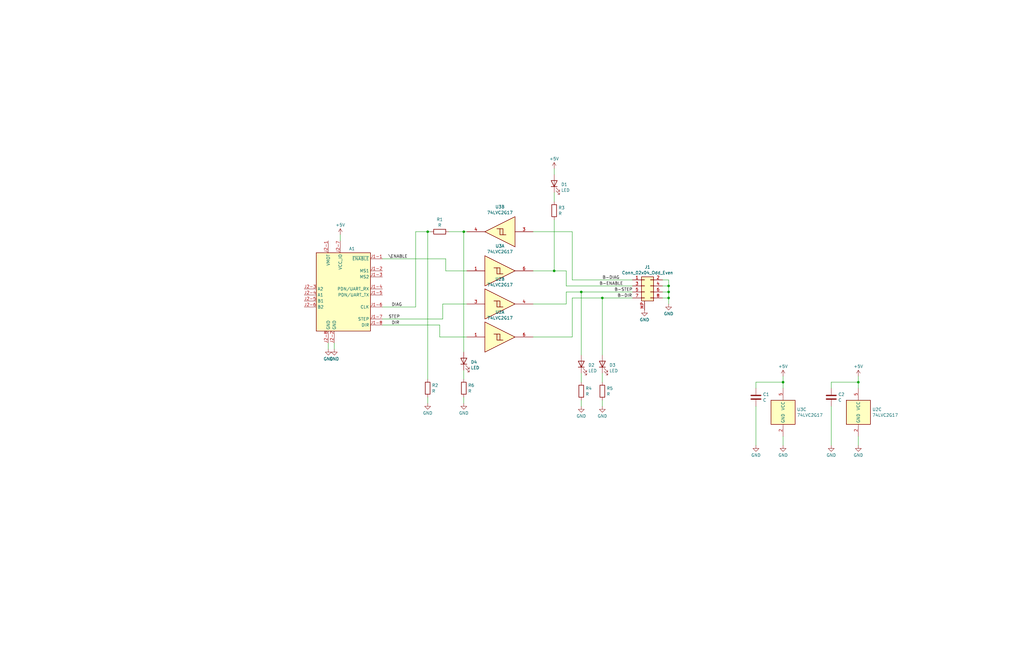
<source format=kicad_sch>
(kicad_sch (version 20230121) (generator eeschema)
  (paper "USLedger")
  (title_block (title "Main-SchDoc") (date "06 02 2023"))
  (lib_symbols
    (symbol "74xGxx:74LVC2G17"
      (property "Reference" "U" (at -1.27 7.62 0))
      (property "Value" "74LVC2G17" (at 2.54 -7.62 0))
      (symbol "74LVC2G17_1_1"
        (polyline (pts (xy -2.54 1.27) (xy -1.27 1.27) (xy -1.27 -1.27)) (stroke (width 0.254)) (fill (type background)))
        (polyline (pts (xy -7.62 6.35) (xy -7.62 -6.35) (xy 5.08 0) (xy -7.62 6.35)) (stroke (width 0.254)) (fill (type background)))
        (polyline (pts (xy -3.81 1.27) (xy -2.54 1.27) (xy -2.54 -1.27) (xy 0 -1.27)) (stroke (width 0.254)) (fill (type background)))
        (pin input line (at -15.24 0 0) (length 7.62) (name "~") (number "1"))
        (pin output line (at 12.7 0 180) (length 7.62) (name "~") (number "6"))
      )
      (symbol "74LVC2G17_2_1"
        (polyline (pts (xy -2.54 1.27) (xy -1.27 1.27) (xy -1.27 -1.27)) (stroke (width 0.254)) (fill (type background)))
        (polyline (pts (xy -7.62 6.35) (xy -7.62 -6.35) (xy 5.08 0) (xy -7.62 6.35)) (stroke (width 0.254)) (fill (type background)))
        (polyline (pts (xy -3.81 1.27) (xy -2.54 1.27) (xy -2.54 -1.27) (xy 0 -1.27)) (stroke (width 0.254)) (fill (type background)))
        (pin input line (at -15.24 0 0) (length 7.62) (name "~") (number "3"))
        (pin output line (at 12.7 0 180) (length 7.62) (name "~") (number "4"))
      )
      (symbol "74LVC2G17_3_0"
        (rectangle (start -5.08 -5.08) (end 5.08 5.08) (stroke (width 0.254)) (fill (type background)))
      )
      (symbol "74LVC2G17_3_1"
        (pin power_in line (at 0 -10.16 90) (length 5.08) (name "GND") (number "2"))
        (pin power_in line (at 0 10.16 270) (length 5.08) (name "VCC") (number "5"))
      )
    )
    (symbol "Connector_Generic:Conn_02x04_Odd_Even" (pin_names (offset 1.016) hide)
      (property "Reference" "J1" (at 1.27 7.9543 0))
      (property "Value" "Conn_02x04_Odd_Even" (at 1.27 5.5301 0))
      (symbol "Conn_02x04_Odd_Even_1_1"
        (rectangle (start -1.27 -4.953) (end 0 -5.207) (stroke (width 0.1524)))
        (rectangle (start -1.27 -2.413) (end 0 -2.667) (stroke (width 0.1524)))
        (rectangle (start -1.27 0.127) (end 0 -0.127) (stroke (width 0.1524)))
        (rectangle (start -1.27 2.667) (end 0 2.413) (stroke (width 0.1524)))
        (rectangle (start -1.27 3.81) (end 3.81 -6.35) (stroke (width 0.254)) (fill (type background)))
        (rectangle (start 3.81 -4.953) (end 2.54 -5.207) (stroke (width 0.1524)))
        (rectangle (start 3.81 -2.413) (end 2.54 -2.667) (stroke (width 0.1524)))
        (rectangle (start 3.81 0.127) (end 2.54 -0.127) (stroke (width 0.1524)))
        (rectangle (start 3.81 2.667) (end 2.54 2.413) (stroke (width 0.1524)))
        (pin passive line (at -5.08 2.54 0) (length 3.81) (name "Pin_1") (number "1"))
        (pin passive line (at 7.62 2.54 180) (length 3.81) (name "Pin_2") (number "2"))
        (pin passive line (at -5.08 0 0) (length 3.81) (name "Pin_3") (number "3"))
        (pin passive line (at 7.62 0 180) (length 3.81) (name "Pin_4") (number "4"))
        (pin passive line (at -5.08 -2.54 0) (length 3.81) (name "Pin_5") (number "5"))
        (pin passive line (at 7.62 -2.54 180) (length 3.81) (name "Pin_6") (number "6"))
        (pin passive line (at -5.08 -5.08 0) (length 3.81) (name "Pin_7") (number "7"))
        (pin passive line (at 7.62 -5.08 180) (length 3.81) (name "Pin_8") (number "8"))
        (pin passive line (at 0 -10.16 90) (length 3.81) (name "Mount") (number "MP"))
      )
    )
    (symbol "Device:C" (pin_numbers hide) (pin_names (offset 0.254))
      (property "Reference" "C" (at 0.635 2.54 0))
      (property "Value" "C" (at 0.635 -2.54 0))
      (symbol "C_0_1"
        (polyline (pts (xy -2.032 -0.762) (xy 2.032 -0.762)) (stroke (width 0.508)))
        (polyline (pts (xy -2.032 0.762) (xy 2.032 0.762)) (stroke (width 0.508)))
      )
      (symbol "C_1_1"
        (pin passive line (at 0 3.81 270) (length 2.794) (name "~") (number "1"))
        (pin passive line (at 0 -3.81 90) (length 2.794) (name "~") (number "2"))
      )
    )
    (symbol "Device:LED" (pin_numbers hide) (pin_names (offset 1.016) hide)
      (property "Reference" "D" (at 0 2.54 0))
      (property "Value" "LED" (at 0 -2.54 0))
      (symbol "LED_0_1"
        (polyline (pts (xy -1.27 -1.27) (xy -1.27 1.27)) (stroke (width 0.254)))
        (polyline (pts (xy -1.27 0) (xy 1.27 0)))
        (polyline (pts (xy 1.27 -1.27) (xy 1.27 1.27) (xy -1.27 0) (xy 1.27 -1.27)) (stroke (width 0.254)))
        (polyline (pts (xy -3.048 -0.762) (xy -4.572 -2.286) (xy -3.81 -2.286) (xy -4.572 -2.286) (xy -4.572 -1.524)))
        (polyline (pts (xy -1.778 -0.762) (xy -3.302 -2.286) (xy -2.54 -2.286) (xy -3.302 -2.286) (xy -3.302 -1.524)))
      )
      (symbol "LED_1_1"
        (pin passive line (at -3.81 0 0) (length 2.54) (name "K") (number "1"))
        (pin passive line (at 3.81 0 180) (length 2.54) (name "A") (number "2"))
      )
    )
    (symbol "Device:R" (pin_numbers hide) (pin_names (offset 0))
      (property "Reference" "R" (at 2.032 0 90))
      (property "Value" "R" (at 0 0 90))
      (symbol "R_0_1"
        (rectangle (start -1.016 -2.54) (end 1.016 2.54) (stroke (width 0.254)))
      )
      (symbol "R_1_1"
        (pin passive line (at 0 3.81 270) (length 1.27) (name "~") (number "1"))
        (pin passive line (at 0 -3.81 90) (length 1.27) (name "~") (number "2"))
      )
    )
    (symbol "custom:tmc2209_module"
      (property "Reference" "U" (at -2.54 19.05 0))
      (symbol "tmc2209_module_0_1"
        (rectangle (start -7.62 15.24) (end 15.24 -17.78) (stroke (width 0.254)) (fill (type background)))
      )
      (symbol "tmc2209_module_1_1"
        (pin input line (at -12.7 12.7 0) (length 5.08) (name "~{ENABLE}") (number "J1-1"))
        (pin input line (at -12.7 7.62 0) (length 5.08) (name "MS1") (number "J1-2"))
        (pin input line (at -12.7 5.08 0) (length 5.08) (name "MS2") (number "J1-3"))
        (pin input line (at -12.7 0 0) (length 5.08) (name "PDN/UART_RX") (number "J1-4"))
        (pin input line (at -12.7 -2.54 0) (length 5.08) (name "PDN/UART_TX") (number "J1-5"))
        (pin input line (at -12.7 -7.62 0) (length 5.08) (name "CLK") (number "J1-6"))
        (pin input line (at -12.7 -12.7 0) (length 5.08) (name "STEP") (number "J1-7"))
        (pin input line (at -12.7 -15.24 0) (length 5.08) (name "DIR") (number "J1-8"))
        (pin power_in line (at 10.16 20.32 270) (length 5.08) (name "VMOT") (number "J2-1"))
        (pin power_in line (at 7.62 -22.86 90) (length 5.08) (name "GND") (number "J2-2"))
        (pin output line (at 20.32 0 180) (length 5.08) (name "A2") (number "J2-3"))
        (pin output line (at 20.32 -2.54 180) (length 5.08) (name "A1") (number "J2-4"))
        (pin output line (at 20.32 -5.08 180) (length 5.08) (name "B1") (number "J2-5"))
        (pin output line (at 20.32 -7.62 180) (length 5.08) (name "B2") (number "J2-6"))
        (pin power_in line (at 5.08 20.32 270) (length 5.08) (name "VCC_IO") (number "J2-7"))
        (pin power_in line (at 10.16 -22.86 90) (length 5.08) (name "GND") (number "J2-8"))
      )
    )
    (symbol "power:+5V" (power) (pin_names (offset 0))
      (property "Value" "+5V" (at 0 3.556 0))
      (symbol "+5V_0_1"
        (polyline (pts (xy -0.762 1.27) (xy 0 2.54)))
        (polyline (pts (xy 0 0) (xy 0 2.54)))
        (polyline (pts (xy 0 2.54) (xy 0.762 1.27)))
      )
      (symbol "+5V_1_1"
        (pin power_in line (at 0 0 90) (length 0) hide (name "+5V") (number "1"))
      )
    )
    (symbol "power:GND" (power) (pin_names (offset 0))
      (property "Value" "GND" (at 0 -3.81 0))
      (symbol "GND_0_1"
        (polyline (pts (xy 0 0) (xy 0 -1.27) (xy 1.27 -1.27) (xy 0 -2.54) (xy -1.27 -1.27) (xy 0 -1.27)))
      )
      (symbol "GND_1_1"
        (pin power_in line (at 0 0 270) (length 0) hide (name "GND") (number "1"))
      )
    )
  )
  (junction (at 281.94 120.65))
  (junction (at 254 125.73))
  (junction (at 180.34 97.79))
  (junction (at 281.94 125.73))
  (junction (at 330.2 161.29))
  (junction (at 233.68 114.3))
  (junction (at 361.95 161.29))
  (junction (at 281.94 123.19))
  (junction (at 195.58 97.79))
  (junction (at 245.11 123.19))
  (wire (pts (xy 281.94 123.19) (xy 281.94 120.65)))
  (wire (pts (xy 241.3 97.79) (xy 241.3 118.11)))
  (wire (pts (xy 254 157.48) (xy 254 161.29)))
  (wire (pts (xy 233.68 114.3) (xy 238.76 114.3)))
  (wire (pts (xy 254 168.91) (xy 254 171.45)))
  (wire (pts (xy 350.52 171.45) (xy 350.52 187.96)))
  (wire (pts (xy 180.34 97.79) (xy 180.34 160.02)))
  (wire (pts (xy 185.42 142.24) (xy 185.42 137.16)))
  (wire (pts (xy 196.85 142.24) (xy 185.42 142.24)))
  (wire (pts (xy 350.52 161.29) (xy 361.95 161.29)))
  (wire (pts (xy 186.69 128.27) (xy 196.85 128.27)))
  (wire (pts (xy 245.11 123.19) (xy 266.7 123.19)))
  (wire (pts (xy 281.94 120.65) (xy 279.4 120.65)))
  (wire (pts (xy 161.29 129.54) (xy 175.26 129.54)))
  (wire (pts (xy 140.97 144.78) (xy 140.97 147.32)))
  (wire (pts (xy 189.23 97.79) (xy 195.58 97.79)))
  (wire (pts (xy 318.77 171.45) (xy 318.77 187.96)))
  (wire (pts (xy 187.96 114.3) (xy 196.85 114.3)))
  (wire (pts (xy 266.7 120.65) (xy 238.76 120.65)))
  (wire (pts (xy 233.68 92.71) (xy 233.68 114.3)))
  (wire (pts (xy 330.2 161.29) (xy 330.2 163.83)))
  (wire (pts (xy 281.94 128.27) (xy 281.94 125.73)))
  (wire (pts (xy 195.58 156.21) (xy 195.58 160.02)))
  (wire (pts (xy 175.26 129.54) (xy 175.26 97.79)))
  (wire (pts (xy 161.29 137.16) (xy 185.42 137.16)))
  (wire (pts (xy 224.79 128.27) (xy 238.76 128.27)))
  (wire (pts (xy 318.77 161.29) (xy 330.2 161.29)))
  (wire (pts (xy 238.76 120.65) (xy 238.76 114.3)))
  (wire (pts (xy 181.61 97.79) (xy 180.34 97.79)))
  (wire (pts (xy 195.58 97.79) (xy 196.85 97.79)))
  (wire (pts (xy 175.26 97.79) (xy 180.34 97.79)))
  (wire (pts (xy 180.34 170.18) (xy 180.34 167.64)))
  (wire (pts (xy 361.95 161.29) (xy 361.95 163.83)))
  (wire (pts (xy 318.77 163.83) (xy 318.77 161.29)))
  (wire (pts (xy 138.43 144.78) (xy 138.43 147.32)))
  (wire (pts (xy 361.95 158.75) (xy 361.95 161.29)))
  (wire (pts (xy 245.11 168.91) (xy 245.11 171.45)))
  (wire (pts (xy 187.96 109.22) (xy 187.96 114.3)))
  (wire (pts (xy 241.3 118.11) (xy 266.7 118.11)))
  (wire (pts (xy 161.29 134.62) (xy 186.69 134.62)))
  (wire (pts (xy 143.51 99.06) (xy 143.51 101.6)))
  (wire (pts (xy 195.58 167.64) (xy 195.58 170.18)))
  (wire (pts (xy 233.68 71.12) (xy 233.68 73.66)))
  (wire (pts (xy 245.11 149.86) (xy 245.11 123.19)))
  (wire (pts (xy 245.11 157.48) (xy 245.11 161.29)))
  (wire (pts (xy 281.94 123.19) (xy 279.4 123.19)))
  (wire (pts (xy 238.76 128.27) (xy 238.76 123.19)))
  (wire (pts (xy 224.79 97.79) (xy 241.3 97.79)))
  (wire (pts (xy 281.94 118.11) (xy 279.4 118.11)))
  (wire (pts (xy 350.52 163.83) (xy 350.52 161.29)))
  (wire (pts (xy 254 149.86) (xy 254 125.73)))
  (wire (pts (xy 361.95 184.15) (xy 361.95 187.96)))
  (wire (pts (xy 241.3 125.73) (xy 254 125.73)))
  (wire (pts (xy 224.79 114.3) (xy 233.68 114.3)))
  (wire (pts (xy 241.3 125.73) (xy 241.3 142.24)))
  (wire (pts (xy 238.76 123.19) (xy 245.11 123.19)))
  (wire (pts (xy 233.68 81.28) (xy 233.68 85.09)))
  (wire (pts (xy 281.94 125.73) (xy 279.4 125.73)))
  (wire (pts (xy 241.3 142.24) (xy 224.79 142.24)))
  (wire (pts (xy 161.29 109.22) (xy 187.96 109.22)))
  (wire (pts (xy 186.69 134.62) (xy 186.69 128.27)))
  (wire (pts (xy 330.2 184.15) (xy 330.2 187.96)))
  (wire (pts (xy 195.58 148.59) (xy 195.58 97.79)))
  (wire (pts (xy 281.94 120.65) (xy 281.94 118.11)))
  (wire (pts (xy 254 125.73) (xy 266.7 125.73)))
  (wire (pts (xy 330.2 158.75) (xy 330.2 161.29)))
  (wire (pts (xy 281.94 125.73) (xy 281.94 123.19)))
  (label "B-DIAG" (at 254 118.11 0))
  (label "\\ENABLE" (at 163.83 109.22 0))
  (label "B-DIR" (at 260.35 125.73 0))
  (label "B-ENABLE" (at 252.73 120.65 0))
  (label "B-STEP" (at 259.08 123.19 0))
  (label "STEP" (at 163.83 134.62 0))
  (label "DIR" (at 165.1 137.16 0))
  (label "DIAG" (at 165.1 129.54 0))
  (symbol (lib_id "power:GND") (at 140.97 147.32 0) (mirror y) (unit 1)
    (property "Reference" "#PWR02" (effects hide))
    (property "Value" "GND" (at 140.97 151.4531 0))
  )
  (symbol (lib_id "74xGxx:74LVC2G17") (at 209.55 97.79 180) (unit 2)
    (property "Reference" "U3" (at 210.82 87.2957 0))
    (property "Value" "74LVC2G17" (at 210.82 89.7199 0))
    (property "Footprint" "Package_TO_SOT_SMD:SOT-363_SC-70-6" (effects hide))
    (property "Datasheet" "http://www.ti.com/lit/sg/scyt129e/scyt129e.pdf" (effects hide))
  )
  (symbol (lib_id "Device:R") (at 245.11 165.1 180) (unit 1)
    (property "Reference" "R4" (at 246.888 163.8879 0) (effects (justify right)))
    (property "Value" "R" (at 246.888 166.3121 0) (effects (justify right)))
    (property "Footprint" "Resistor_SMD:R_0603_1608Metric" (effects hide))
  )
  (symbol (lib_id "custom:tmc2209_module") (at 148.59 121.92 0) (mirror y) (unit 1)
    (property "Reference" "A1" (at 147.1361 104.9599 0) (effects (justify right)))
    (property "Value" "TMC2209 Stepper Driver PCB" (effects hide))
    (property "Footprint" "custom:BTT_TMC2209_Module" (effects hide))
  )
  (symbol (lib_id "Device:LED") (at 233.68 77.47 90) (unit 1)
    (property "Reference" "D1" (at 236.601 77.8454 90) (effects (justify right)))
    (property "Value" "LED" (at 236.601 80.2696 90) (effects (justify right)))
    (property "Footprint" "LED_SMD:LED_0603_1608Metric" (effects hide))
  )
  (symbol (lib_id "power:+5V") (at 233.68 71.12 0) (mirror y) (unit 1)
    (property "Reference" "#PWR012" (effects hide))
    (property "Value" "+5V" (at 233.68 66.9869 0))
  )
  (symbol (lib_id "74xGxx:74LVC2G17") (at 330.2 173.99 0) (unit 3)
    (property "Reference" "U3" (at 336.042 172.7779 0) (effects (justify left)))
    (property "Value" "74LVC2G17" (at 336.042 175.2021 0) (effects (justify left)))
    (property "Footprint" "Package_TO_SOT_SMD:SOT-363_SC-70-6" (effects hide))
    (property "Datasheet" "http://www.ti.com/lit/sg/scyt129e/scyt129e.pdf" (effects hide))
  )
  (symbol (lib_id "power:GND") (at 271.78 130.81 0) (mirror y) (unit 1)
    (property "Reference" "#PWR016" (effects hide))
    (property "Value" "GND" (at 271.78 134.9431 0))
  )
  (symbol (lib_id "power:GND") (at 138.43 147.32 0) (mirror y) (unit 1)
    (property "Reference" "#PWR03" (effects hide))
    (property "Value" "GND" (at 138.43 151.4531 0))
  )
  (symbol (lib_id "74xGxx:74LVC2G17") (at 212.09 128.27 0) (unit 2)
    (property "Reference" "U2" (at 210.82 117.7757 0))
    (property "Value" "74LVC2G17" (at 210.82 120.1999 0))
    (property "Footprint" "Package_TO_SOT_SMD:SOT-363_SC-70-6" (effects hide))
    (property "Datasheet" "http://www.ti.com/lit/sg/scyt129e/scyt129e.pdf" (effects hide))
  )
  (symbol (lib_id "Device:C") (at 350.52 167.64 0) (unit 1)
    (property "Reference" "C2" (at 353.441 166.4279 0) (effects (justify left)))
    (property "Value" "C" (at 353.441 168.8521 0) (effects (justify left)))
    (property "Footprint" "Capacitor_SMD:C_0603_1608Metric" (effects hide))
  )
  (symbol (lib_id "Device:LED") (at 195.58 152.4 90) (unit 1)
    (property "Reference" "D4" (at 198.501 152.7754 90) (effects (justify right)))
    (property "Value" "LED" (at 198.501 155.1996 90) (effects (justify right)))
    (property "Footprint" "LED_SMD:LED_0603_1608Metric" (effects hide))
  )
  (symbol (lib_id "power:GND") (at 281.94 128.27 0) (mirror y) (unit 1)
    (property "Reference" "#PWR05" (effects hide))
    (property "Value" "GND" (at 281.94 132.4031 0))
  )
  (symbol (lib_id "Device:C") (at 318.77 167.64 0) (unit 1)
    (property "Reference" "C1" (at 321.691 166.4279 0) (effects (justify left)))
    (property "Value" "C" (at 321.691 168.8521 0) (effects (justify left)))
    (property "Footprint" "Capacitor_SMD:C_0603_1608Metric" (effects hide))
  )
  (symbol (lib_id "74xGxx:74LVC2G17") (at 212.09 114.3 0) (unit 1)
    (property "Reference" "U3" (at 210.82 103.8057 0))
    (property "Value" "74LVC2G17" (at 210.82 106.2299 0))
    (property "Footprint" "Package_TO_SOT_SMD:SOT-363_SC-70-6" (effects hide))
    (property "Datasheet" "http://www.ti.com/lit/sg/scyt129e/scyt129e.pdf" (effects hide))
  )
  (symbol (lib_id "power:GND") (at 245.11 171.45 0) (mirror y) (unit 1)
    (property "Reference" "#PWR014" (effects hide))
    (property "Value" "GND" (at 245.11 175.5831 0))
  )
  (symbol (lib_id "power:GND") (at 254 171.45 0) (mirror y) (unit 1)
    (property "Reference" "#PWR015" (effects hide))
    (property "Value" "GND" (at 254 175.5831 0))
  )
  (symbol (lib_id "Connector_Generic:Conn_02x04_Odd_Even") (at 271.78 120.65 0) (unit 1)
    (property "Reference" "J1" (at 273.05 112.6957 0))
    (property "Value" "Conn_02x04_Odd_Even" (at 273.05 115.1199 0))
    (property "Footprint" "Connector_Molex:Molex_PicoBlade_53398-0871_1x08-1MP_P1.25mm_Vertical" (effects hide))
  )
  (symbol (lib_id "74xGxx:74LVC2G17") (at 212.09 142.24 0) (unit 1)
    (property "Reference" "U2" (at 210.82 131.7457 0))
    (property "Value" "74LVC2G17" (at 210.82 134.1699 0))
    (property "Footprint" "Package_TO_SOT_SMD:SOT-363_SC-70-6" (effects hide))
    (property "Datasheet" "http://www.ti.com/lit/sg/scyt129e/scyt129e.pdf" (effects hide))
  )
  (symbol (lib_id "power:GND") (at 318.77 187.96 0) (mirror y) (unit 1)
    (property "Reference" "#PWR011" (effects hide))
    (property "Value" "GND" (at 318.77 192.0931 0))
  )
  (symbol (lib_id "Device:R") (at 195.58 163.83 180) (unit 1)
    (property "Reference" "R6" (at 197.358 162.6179 0) (effects (justify right)))
    (property "Value" "R" (at 197.358 165.0421 0) (effects (justify right)))
    (property "Footprint" "Resistor_SMD:R_0603_1608Metric" (effects hide))
  )
  (symbol (lib_id "Device:LED") (at 245.11 153.67 90) (unit 1)
    (property "Reference" "D2" (at 248.031 154.0454 90) (effects (justify right)))
    (property "Value" "LED" (at 248.031 156.4696 90) (effects (justify right)))
    (property "Footprint" "LED_SMD:LED_0603_1608Metric" (effects hide))
  )
  (symbol (lib_id "Device:R") (at 254 165.1 180) (unit 1)
    (property "Reference" "R5" (at 255.778 163.8879 0) (effects (justify right)))
    (property "Value" "R" (at 255.778 166.3121 0) (effects (justify right)))
    (property "Footprint" "Resistor_SMD:R_0603_1608Metric" (effects hide))
  )
  (symbol (lib_id "Device:R") (at 180.34 163.83 180) (unit 1)
    (property "Reference" "R2" (at 182.118 162.6179 0) (effects (justify right)))
    (property "Value" "R" (at 182.118 165.0421 0) (effects (justify right)))
    (property "Footprint" "Resistor_SMD:R_0603_1608Metric" (effects hide))
  )
  (symbol (lib_id "Device:R") (at 233.68 88.9 180) (unit 1)
    (property "Reference" "R3" (at 235.458 87.6879 0) (effects (justify right)))
    (property "Value" "R" (at 235.458 90.1121 0) (effects (justify right)))
    (property "Footprint" "Resistor_SMD:R_0603_1608Metric" (effects hide))
  )
  (symbol (lib_id "power:GND") (at 180.34 170.18 0) (mirror y) (unit 1)
    (property "Reference" "#PWR04" (effects hide))
    (property "Value" "GND" (at 180.34 174.3131 0))
  )
  (symbol (lib_id "power:+5V") (at 330.2 158.75 0) (mirror y) (unit 1)
    (property "Reference" "#PWR06" (effects hide))
    (property "Value" "+5V" (at 330.2 154.6169 0))
  )
  (symbol (lib_id "74xGxx:74LVC2G17") (at 361.95 173.99 0) (unit 3)
    (property "Reference" "U2" (at 367.792 172.7779 0) (effects (justify left)))
    (property "Value" "74LVC2G17" (at 367.792 175.2021 0) (effects (justify left)))
    (property "Footprint" "Package_TO_SOT_SMD:SOT-363_SC-70-6" (effects hide))
    (property "Datasheet" "http://www.ti.com/lit/sg/scyt129e/scyt129e.pdf" (effects hide))
  )
  (symbol (lib_id "power:GND") (at 195.58 170.18 0) (mirror y) (unit 1)
    (property "Reference" "#PWR013" (effects hide))
    (property "Value" "GND" (at 195.58 174.3131 0))
  )
  (symbol (lib_id "power:+5V") (at 143.51 99.06 0) (mirror y) (unit 1)
    (property "Reference" "#PWR01" (effects hide))
    (property "Value" "+5V" (at 143.51 94.9269 0))
  )
  (symbol (lib_id "Device:LED") (at 254 153.67 90) (unit 1)
    (property "Reference" "D3" (at 256.921 154.0454 90) (effects (justify right)))
    (property "Value" "LED" (at 256.921 156.4696 90) (effects (justify right)))
    (property "Footprint" "LED_SMD:LED_0603_1608Metric" (effects hide))
  )
  (symbol (lib_id "power:+5V") (at 361.95 158.75 0) (mirror y) (unit 1)
    (property "Reference" "#PWR07" (effects hide))
    (property "Value" "+5V" (at 361.95 154.6169 0))
  )
  (symbol (lib_id "power:GND") (at 330.2 187.96 0) (mirror y) (unit 1)
    (property "Reference" "#PWR08" (effects hide))
    (property "Value" "GND" (at 330.2 192.0931 0))
  )
  (symbol (lib_id "Device:R") (at 185.42 97.79 90) (unit 1)
    (property "Reference" "R1" (at 185.42 92.6297 90))
    (property "Value" "R" (at 185.42 95.0539 90))
    (property "Footprint" "Resistor_SMD:R_0603_1608Metric" (effects hide))
  )
  (symbol (lib_id "power:GND") (at 361.95 187.96 0) (mirror y) (unit 1)
    (property "Reference" "#PWR09" (effects hide))
    (property "Value" "GND" (at 361.95 192.0931 0))
  )
  (symbol (lib_id "power:GND") (at 350.52 187.96 0) (mirror y) (unit 1)
    (property "Reference" "#PWR010" (effects hide))
    (property "Value" "GND" (at 350.52 192.0931 0))
  )
)
</source>
